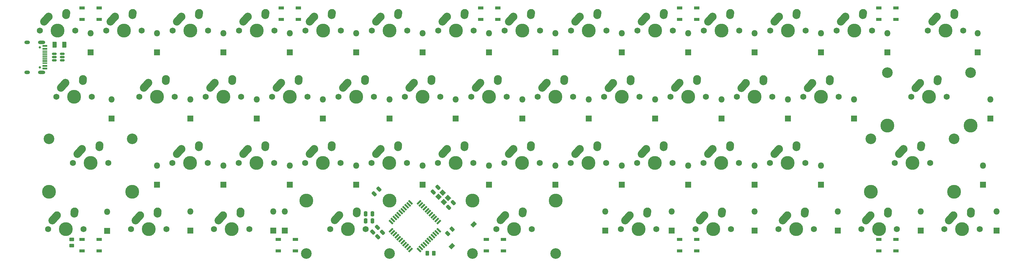
<source format=gbr>
%TF.GenerationSoftware,KiCad,Pcbnew,8.0.4*%
%TF.CreationDate,2024-10-16T20:42:44+03:00*%
%TF.ProjectId,4040,34303430-2e6b-4696-9361-645f70636258,rev?*%
%TF.SameCoordinates,Original*%
%TF.FileFunction,Soldermask,Bot*%
%TF.FilePolarity,Negative*%
%FSLAX46Y46*%
G04 Gerber Fmt 4.6, Leading zero omitted, Abs format (unit mm)*
G04 Created by KiCad (PCBNEW 8.0.4) date 2024-10-16 20:42:44*
%MOMM*%
%LPD*%
G01*
G04 APERTURE LIST*
G04 Aperture macros list*
%AMRoundRect*
0 Rectangle with rounded corners*
0 $1 Rounding radius*
0 $2 $3 $4 $5 $6 $7 $8 $9 X,Y pos of 4 corners*
0 Add a 4 corners polygon primitive as box body*
4,1,4,$2,$3,$4,$5,$6,$7,$8,$9,$2,$3,0*
0 Add four circle primitives for the rounded corners*
1,1,$1+$1,$2,$3*
1,1,$1+$1,$4,$5*
1,1,$1+$1,$6,$7*
1,1,$1+$1,$8,$9*
0 Add four rect primitives between the rounded corners*
20,1,$1+$1,$2,$3,$4,$5,0*
20,1,$1+$1,$4,$5,$6,$7,0*
20,1,$1+$1,$6,$7,$8,$9,0*
20,1,$1+$1,$8,$9,$2,$3,0*%
%AMHorizOval*
0 Thick line with rounded ends*
0 $1 width*
0 $2 $3 position (X,Y) of the first rounded end (center of the circle)*
0 $4 $5 position (X,Y) of the second rounded end (center of the circle)*
0 Add line between two ends*
20,1,$1,$2,$3,$4,$5,0*
0 Add two circle primitives to create the rounded ends*
1,1,$1,$2,$3*
1,1,$1,$4,$5*%
%AMRotRect*
0 Rectangle, with rotation*
0 The origin of the aperture is its center*
0 $1 length*
0 $2 width*
0 $3 Rotation angle, in degrees counterclockwise*
0 Add horizontal line*
21,1,$1,$2,0,0,$3*%
G04 Aperture macros list end*
%ADD10C,1.750000*%
%ADD11C,3.987800*%
%ADD12HorizOval,2.250000X0.655001X0.730000X-0.655001X-0.730000X0*%
%ADD13C,2.250000*%
%ADD14HorizOval,2.250000X0.020000X0.290000X-0.020000X-0.290000X0*%
%ADD15C,3.048000*%
%ADD16R,1.800000X1.800000*%
%ADD17O,1.800000X1.800000*%
%ADD18R,1.500000X0.900000*%
%ADD19RotRect,1.500000X0.550000X315.000000*%
%ADD20RotRect,1.500000X0.550000X225.000000*%
%ADD21RotRect,1.500000X1.100000X45.000000*%
%ADD22RoundRect,0.150000X-0.512500X-0.150000X0.512500X-0.150000X0.512500X0.150000X-0.512500X0.150000X0*%
%ADD23C,0.650000*%
%ADD24R,1.450000X0.600000*%
%ADD25R,1.450000X0.300000*%
%ADD26O,1.600000X1.000000*%
%ADD27O,2.100000X1.000000*%
%ADD28RoundRect,0.250000X-0.250000X-0.475000X0.250000X-0.475000X0.250000X0.475000X-0.250000X0.475000X0*%
%ADD29RoundRect,0.250000X0.159099X-0.512652X0.512652X-0.159099X-0.159099X0.512652X-0.512652X0.159099X0*%
%ADD30RoundRect,0.250000X0.375000X0.625000X-0.375000X0.625000X-0.375000X-0.625000X0.375000X-0.625000X0*%
%ADD31RoundRect,0.250000X0.132583X-0.503814X0.503814X-0.132583X-0.132583X0.503814X-0.503814X0.132583X0*%
%ADD32RoundRect,0.250000X-0.450000X0.262500X-0.450000X-0.262500X0.450000X-0.262500X0.450000X0.262500X0*%
%ADD33RoundRect,0.250000X0.262500X0.450000X-0.262500X0.450000X-0.262500X-0.450000X0.262500X-0.450000X0*%
%ADD34RotRect,1.400000X1.200000X135.000000*%
G04 APERTURE END LIST*
D10*
%TO.C,MX9*%
X214940000Y-81590000D03*
D11*
X220020000Y-81590000D03*
D10*
X225100000Y-81590000D03*
D12*
X216865001Y-78320000D03*
D13*
X217520000Y-77590000D03*
D14*
X222540000Y-76800000D03*
D13*
X222560000Y-76510000D03*
%TD*%
D10*
%TO.C,MX24*%
X243509800Y-100634800D03*
D11*
X248589800Y-100634800D03*
D10*
X253669800Y-100634800D03*
D12*
X245434801Y-97364800D03*
D13*
X246089800Y-96634800D03*
D14*
X251109800Y-95844800D03*
D13*
X251129800Y-95554800D03*
%TD*%
D10*
%TO.C,MX26*%
X281609800Y-100660200D03*
D11*
X286689800Y-100660200D03*
D10*
X291769800Y-100660200D03*
D12*
X283534801Y-97390200D03*
D13*
X284189800Y-96660200D03*
D14*
X289209800Y-95870200D03*
D13*
X289229800Y-95580200D03*
%TD*%
D10*
%TO.C,MX7*%
X176840000Y-81590000D03*
D11*
X181920000Y-81590000D03*
D10*
X187000000Y-81590000D03*
D12*
X178765001Y-78320000D03*
D13*
X179420000Y-77590000D03*
D14*
X184440000Y-76800000D03*
D13*
X184460000Y-76510000D03*
%TD*%
D10*
%TO.C,MX29*%
X100634800Y-119684800D03*
D11*
X105714800Y-119684800D03*
D10*
X110794800Y-119684800D03*
D12*
X102559801Y-116414800D03*
D13*
X103214800Y-115684800D03*
D14*
X108234800Y-114894800D03*
D13*
X108254800Y-114604800D03*
%TD*%
D10*
%TO.C,MX32*%
X157784800Y-119684800D03*
D11*
X162864800Y-119684800D03*
D10*
X167944800Y-119684800D03*
D12*
X159709801Y-116414800D03*
D13*
X160364800Y-115684800D03*
D14*
X165384800Y-114894800D03*
D13*
X165404800Y-114604800D03*
%TD*%
D10*
%TO.C,MX8*%
X195890000Y-81590000D03*
D11*
X200970000Y-81590000D03*
D10*
X206050000Y-81590000D03*
D12*
X197815001Y-78320000D03*
D13*
X198470000Y-77590000D03*
D14*
X203490000Y-76800000D03*
D13*
X203510000Y-76510000D03*
%TD*%
D10*
%TO.C,TAB1*%
X67303020Y-100634800D03*
D11*
X72383020Y-100634800D03*
D10*
X77463020Y-100634800D03*
D12*
X69228021Y-97364800D03*
D13*
X69883020Y-96634800D03*
D14*
X74903020Y-95844800D03*
D13*
X74923020Y-95554800D03*
%TD*%
D10*
%TO.C,MX35*%
X214924000Y-119684800D03*
D11*
X220004000Y-119684800D03*
D10*
X225084000Y-119684800D03*
D12*
X216849001Y-116414800D03*
D13*
X217504000Y-115684800D03*
D14*
X222524000Y-114894800D03*
D13*
X222544000Y-114604800D03*
%TD*%
D10*
%TO.C,MX13*%
X291140000Y-81590000D03*
D11*
X296220000Y-81590000D03*
D10*
X301300000Y-81590000D03*
D12*
X293065001Y-78320000D03*
D13*
X293720000Y-77590000D03*
D14*
X298740000Y-76800000D03*
D13*
X298760000Y-76510000D03*
%TD*%
D10*
%TO.C,MX34*%
X195874000Y-119684800D03*
D11*
X200954000Y-119684800D03*
D10*
X206034000Y-119684800D03*
D12*
X197799001Y-116414800D03*
D13*
X198454000Y-115684800D03*
D14*
X203474000Y-114894800D03*
D13*
X203494000Y-114604800D03*
%TD*%
D10*
%TO.C,MX25*%
X262559800Y-100660200D03*
D11*
X267639800Y-100660200D03*
D10*
X272719800Y-100660200D03*
D12*
X264484801Y-97390200D03*
D13*
X265139800Y-96660200D03*
D14*
X270159800Y-95870200D03*
D13*
X270179800Y-95580200D03*
%TD*%
D10*
%TO.C,MX20*%
X167309800Y-100634800D03*
D11*
X172389800Y-100634800D03*
D10*
X177469800Y-100634800D03*
D12*
X169234801Y-97364800D03*
D13*
X169889800Y-96634800D03*
D14*
X174909800Y-95844800D03*
D13*
X174929800Y-95554800D03*
%TD*%
D10*
%TO.C,MX1*%
X62540000Y-81590000D03*
D11*
X67620000Y-81590000D03*
D10*
X72700000Y-81590000D03*
D12*
X64465001Y-78320000D03*
D13*
X65120000Y-77590000D03*
D14*
X70140000Y-76800000D03*
D13*
X70160000Y-76510000D03*
%TD*%
D10*
%TO.C,MX10*%
X233990000Y-81590000D03*
D11*
X239070000Y-81590000D03*
D10*
X244150000Y-81590000D03*
D12*
X235915001Y-78320000D03*
D13*
X236570000Y-77590000D03*
D14*
X241590000Y-76800000D03*
D13*
X241610000Y-76510000D03*
%TD*%
D10*
%TO.C,MX41*%
X88747600Y-138760200D03*
D11*
X93827600Y-138760200D03*
D10*
X98907600Y-138760200D03*
D12*
X90672601Y-135490200D03*
D13*
X91327600Y-134760200D03*
D14*
X96347600Y-133970200D03*
D13*
X96367600Y-133680200D03*
%TD*%
D10*
%TO.C,MX33*%
X176834800Y-119682150D03*
D11*
X181914800Y-119682150D03*
D10*
X186994800Y-119682150D03*
D12*
X178759801Y-116412150D03*
D13*
X179414800Y-115682150D03*
D14*
X184434800Y-114892150D03*
D13*
X184454800Y-114602150D03*
%TD*%
D10*
%TO.C,MX30*%
X119684800Y-119684800D03*
D11*
X124764800Y-119684800D03*
D10*
X129844800Y-119684800D03*
D12*
X121609801Y-116414800D03*
D13*
X122264800Y-115684800D03*
D14*
X127284800Y-114894800D03*
D13*
X127304800Y-114604800D03*
%TD*%
D10*
%TO.C,MX14*%
X317335000Y-81590000D03*
D11*
X322415000Y-81590000D03*
D10*
X327495000Y-81590000D03*
D12*
X319260001Y-78320000D03*
D13*
X319915000Y-77590000D03*
D14*
X324935000Y-76800000D03*
D13*
X324955000Y-76510000D03*
%TD*%
D10*
%TO.C,MX38*%
X272074000Y-119684800D03*
D11*
X277154000Y-119684800D03*
D10*
X282234000Y-119684800D03*
D12*
X273999001Y-116414800D03*
D13*
X274654000Y-115684800D03*
D14*
X279674000Y-114894800D03*
D13*
X279694000Y-114604800D03*
%TD*%
D15*
%TO.C,LSH1*%
X65201800Y-112699800D03*
D11*
X65201800Y-127939800D03*
D10*
X72059800Y-119684800D03*
D11*
X77139800Y-119684800D03*
D10*
X82219800Y-119684800D03*
D15*
X89077800Y-112699800D03*
D11*
X89077800Y-127939800D03*
D12*
X73984801Y-116414800D03*
D13*
X74639800Y-115684800D03*
D14*
X79659800Y-114894800D03*
D13*
X79679800Y-114604800D03*
%TD*%
D11*
%TO.C,LS1*%
X139014200Y-130479800D03*
D15*
X139014200Y-145719800D03*
D10*
X145872200Y-138734800D03*
D11*
X150952200Y-138734800D03*
D10*
X156032200Y-138734800D03*
D11*
X162890200Y-130479800D03*
D15*
X162890200Y-145719800D03*
D12*
X147797201Y-135464800D03*
D13*
X148452200Y-134734800D03*
D14*
X153472200Y-133944800D03*
D13*
X153492200Y-133654800D03*
%TD*%
D15*
%TO.C,ENTER1*%
X305714400Y-93675200D03*
D11*
X305714400Y-108915200D03*
D10*
X312572400Y-100660200D03*
D11*
X317652400Y-100660200D03*
D10*
X322732400Y-100660200D03*
D15*
X329590400Y-93675200D03*
D11*
X329590400Y-108915200D03*
D12*
X314497401Y-97390200D03*
D13*
X315152400Y-96660200D03*
D14*
X320172400Y-95870200D03*
D13*
X320192400Y-95580200D03*
%TD*%
D11*
%TO.C,RS1*%
X186664600Y-130479800D03*
D15*
X186664600Y-145719800D03*
D10*
X193522600Y-138734800D03*
D11*
X198602600Y-138734800D03*
D10*
X203682600Y-138734800D03*
D11*
X210540600Y-130479800D03*
D15*
X210540600Y-145719800D03*
D12*
X195447601Y-135464800D03*
D13*
X196102600Y-134734800D03*
D14*
X201122600Y-133944800D03*
D13*
X201142600Y-133654800D03*
%TD*%
D10*
%TO.C,MX12*%
X272090000Y-81590000D03*
D11*
X277170000Y-81590000D03*
D10*
X282250000Y-81590000D03*
D12*
X274015001Y-78320000D03*
D13*
X274670000Y-77590000D03*
D14*
X279690000Y-76800000D03*
D13*
X279710000Y-76510000D03*
%TD*%
D10*
%TO.C,MX17*%
X110159800Y-100634800D03*
D11*
X115239800Y-100634800D03*
D10*
X120319800Y-100634800D03*
D12*
X112084801Y-97364800D03*
D13*
X112739800Y-96634800D03*
D14*
X117759800Y-95844800D03*
D13*
X117779800Y-95554800D03*
%TD*%
D10*
%TO.C,MX22*%
X205409800Y-100634800D03*
D11*
X210489800Y-100634800D03*
D10*
X215569800Y-100634800D03*
D12*
X207334801Y-97364800D03*
D13*
X207989800Y-96634800D03*
D14*
X213009800Y-95844800D03*
D13*
X213029800Y-95554800D03*
%TD*%
D10*
%TO.C,MX16*%
X91099640Y-100634800D03*
D11*
X96179640Y-100634800D03*
D10*
X101259640Y-100634800D03*
D12*
X93024641Y-97364800D03*
D13*
X93679640Y-96634800D03*
D14*
X98699640Y-95844800D03*
D13*
X98719640Y-95554800D03*
%TD*%
D10*
%TO.C,MX40*%
X64922400Y-138760200D03*
D11*
X70002400Y-138760200D03*
D10*
X75082400Y-138760200D03*
D12*
X66847401Y-135490200D03*
D13*
X67502400Y-134760200D03*
D14*
X72522400Y-133970200D03*
D13*
X72542400Y-133680200D03*
%TD*%
D10*
%TO.C,MX21*%
X186359800Y-100634800D03*
D11*
X191439800Y-100634800D03*
D10*
X196519800Y-100634800D03*
D12*
X188284801Y-97364800D03*
D13*
X188939800Y-96634800D03*
D14*
X193959800Y-95844800D03*
D13*
X193979800Y-95554800D03*
%TD*%
D10*
%TO.C,MX45*%
X229250000Y-138757550D03*
D11*
X234330000Y-138757550D03*
D10*
X239410000Y-138757550D03*
D12*
X231175001Y-135487550D03*
D13*
X231830000Y-134757550D03*
D14*
X236850000Y-133967550D03*
D13*
X236870000Y-133677550D03*
%TD*%
D10*
%TO.C,MX31*%
X138734800Y-119684800D03*
D11*
X143814800Y-119684800D03*
D10*
X148894800Y-119684800D03*
D12*
X140659801Y-116414800D03*
D13*
X141314800Y-115684800D03*
D14*
X146334800Y-114894800D03*
D13*
X146354800Y-114604800D03*
%TD*%
D10*
%TO.C,MX47*%
X274472400Y-138760200D03*
D11*
X279552400Y-138760200D03*
D10*
X284632400Y-138760200D03*
D12*
X276397401Y-135490200D03*
D13*
X277052400Y-134760200D03*
D14*
X282072400Y-133970200D03*
D13*
X282092400Y-133680200D03*
%TD*%
D10*
%TO.C,MX37*%
X253024000Y-119684800D03*
D11*
X258104000Y-119684800D03*
D10*
X263184000Y-119684800D03*
D12*
X254949001Y-116414800D03*
D13*
X255604000Y-115684800D03*
D14*
X260624000Y-114894800D03*
D13*
X260644000Y-114604800D03*
%TD*%
D10*
%TO.C,MX48*%
X298297600Y-138760200D03*
D11*
X303377600Y-138760200D03*
D10*
X308457600Y-138760200D03*
D12*
X300222601Y-135490200D03*
D13*
X300877600Y-134760200D03*
D14*
X305897600Y-133970200D03*
D13*
X305917600Y-133680200D03*
%TD*%
D15*
%TO.C,RSH1*%
X300964600Y-112699800D03*
D11*
X300964600Y-127939800D03*
D10*
X307822600Y-119684800D03*
D11*
X312902600Y-119684800D03*
D10*
X317982600Y-119684800D03*
D15*
X324840600Y-112699800D03*
D11*
X324840600Y-127939800D03*
D12*
X309747601Y-116414800D03*
D13*
X310402600Y-115684800D03*
D14*
X315422600Y-114894800D03*
D13*
X315442600Y-114604800D03*
%TD*%
D10*
%TO.C,MX42*%
X112558200Y-138760200D03*
D11*
X117638200Y-138760200D03*
D10*
X122718200Y-138760200D03*
D12*
X114483201Y-135490200D03*
D13*
X115138200Y-134760200D03*
D14*
X120158200Y-133970200D03*
D13*
X120178200Y-133680200D03*
%TD*%
D10*
%TO.C,MX23*%
X224459800Y-100647000D03*
D11*
X229539800Y-100647000D03*
D10*
X234619800Y-100647000D03*
D12*
X226384801Y-97377000D03*
D13*
X227039800Y-96647000D03*
D14*
X232059800Y-95857000D03*
D13*
X232079800Y-95567000D03*
%TD*%
D10*
%TO.C,MX6*%
X157790000Y-81590000D03*
D11*
X162870000Y-81590000D03*
D10*
X167950000Y-81590000D03*
D12*
X159715001Y-78320000D03*
D13*
X160370000Y-77590000D03*
D14*
X165390000Y-76800000D03*
D13*
X165410000Y-76510000D03*
%TD*%
D10*
%TO.C,MX3*%
X100640000Y-81590000D03*
D11*
X105720000Y-81590000D03*
D10*
X110800000Y-81590000D03*
D12*
X102565001Y-78320000D03*
D13*
X103220000Y-77590000D03*
D14*
X108240000Y-76800000D03*
D13*
X108260000Y-76510000D03*
%TD*%
D10*
%TO.C,MX4*%
X119690000Y-81590000D03*
D11*
X124770000Y-81590000D03*
D10*
X129850000Y-81590000D03*
D12*
X121615001Y-78320000D03*
D13*
X122270000Y-77590000D03*
D14*
X127290000Y-76800000D03*
D13*
X127310000Y-76510000D03*
%TD*%
D10*
%TO.C,MX18*%
X129209800Y-100634800D03*
D11*
X134289800Y-100634800D03*
D10*
X139369800Y-100634800D03*
D12*
X131134801Y-97364800D03*
D13*
X131789800Y-96634800D03*
D14*
X136809800Y-95844800D03*
D13*
X136829800Y-95554800D03*
%TD*%
D10*
%TO.C,MX49*%
X322110100Y-138752580D03*
D11*
X327190100Y-138752580D03*
D10*
X332270100Y-138752580D03*
D12*
X324035101Y-135482580D03*
D13*
X324690100Y-134752580D03*
D14*
X329710100Y-133962580D03*
D13*
X329730100Y-133672580D03*
%TD*%
D10*
%TO.C,MX36*%
X233974000Y-119684800D03*
D11*
X239054000Y-119684800D03*
D10*
X244134000Y-119684800D03*
D12*
X235899001Y-116414800D03*
D13*
X236554000Y-115684800D03*
D14*
X241574000Y-114894800D03*
D13*
X241594000Y-114604800D03*
%TD*%
D10*
%TO.C,MX5*%
X138740000Y-81590000D03*
D11*
X143820000Y-81590000D03*
D10*
X148900000Y-81590000D03*
D12*
X140665001Y-78320000D03*
D13*
X141320000Y-77590000D03*
D14*
X146340000Y-76800000D03*
D13*
X146360000Y-76510000D03*
%TD*%
D10*
%TO.C,MX46*%
X250672600Y-138760200D03*
D11*
X255752600Y-138760200D03*
D10*
X260832600Y-138760200D03*
D12*
X252597601Y-135490200D03*
D13*
X253252600Y-134760200D03*
D14*
X258272600Y-133970200D03*
D13*
X258292600Y-133680200D03*
%TD*%
D10*
%TO.C,MX11*%
X253040000Y-81590000D03*
D11*
X258120000Y-81590000D03*
D10*
X263200000Y-81590000D03*
D12*
X254965001Y-78320000D03*
D13*
X255620000Y-77590000D03*
D14*
X260640000Y-76800000D03*
D13*
X260660000Y-76510000D03*
%TD*%
D10*
%TO.C,MX2*%
X81590000Y-81590000D03*
D11*
X86670000Y-81590000D03*
D10*
X91750000Y-81590000D03*
D12*
X83515001Y-78320000D03*
D13*
X84170000Y-77590000D03*
D14*
X89190000Y-76800000D03*
D13*
X89210000Y-76510000D03*
%TD*%
D10*
%TO.C,MX19*%
X148259800Y-100634800D03*
D11*
X153339800Y-100634800D03*
D10*
X158419800Y-100634800D03*
D12*
X150184801Y-97364800D03*
D13*
X150839800Y-96634800D03*
D14*
X155859800Y-95844800D03*
D13*
X155879800Y-95554800D03*
%TD*%
D16*
%TO.C,D1*%
X77165200Y-87829500D03*
D17*
X77165200Y-82329500D03*
%TD*%
D18*
%TO.C,HL6*%
X303289800Y-78358000D03*
X303289800Y-75058000D03*
X308189800Y-75058000D03*
X308189800Y-78358000D03*
%TD*%
D16*
%TO.C,D14*%
X331647800Y-87829500D03*
D17*
X331647800Y-82329500D03*
%TD*%
D16*
%TO.C,D26*%
X296214800Y-106879500D03*
D17*
X296214800Y-101379500D03*
%TD*%
D19*
%TO.C,U2*%
X163295664Y-136669118D03*
X163861350Y-136103433D03*
X164427035Y-135537748D03*
X164992720Y-134972062D03*
X165558406Y-134406377D03*
X166124091Y-133840691D03*
X166689777Y-133275006D03*
X167255462Y-132709320D03*
X167821148Y-132143635D03*
X168386833Y-131577950D03*
X168952518Y-131012264D03*
D20*
X171356682Y-131012264D03*
X171922367Y-131577950D03*
X172488052Y-132143635D03*
X173053738Y-132709320D03*
X173619423Y-133275006D03*
X174185109Y-133840691D03*
X174750794Y-134406377D03*
X175316480Y-134972062D03*
X175882165Y-135537748D03*
X176447850Y-136103433D03*
X177013536Y-136669118D03*
D19*
X177013536Y-139073282D03*
X176447850Y-139638967D03*
X175882165Y-140204652D03*
X175316480Y-140770338D03*
X174750794Y-141336023D03*
X174185109Y-141901709D03*
X173619423Y-142467394D03*
X173053738Y-143033080D03*
X172488052Y-143598765D03*
X171922367Y-144164450D03*
X171356682Y-144730136D03*
D20*
X168952518Y-144730136D03*
X168386833Y-144164450D03*
X167821148Y-143598765D03*
X167255462Y-143033080D03*
X166689777Y-142467394D03*
X166124091Y-141901709D03*
X165558406Y-141336023D03*
X164992720Y-140770338D03*
X164427035Y-140204652D03*
X163861350Y-139638967D03*
X163295664Y-139073282D03*
%TD*%
D16*
%TO.C,D11*%
X267665200Y-87829500D03*
D17*
X267665200Y-82329500D03*
%TD*%
D21*
%TO.C,SW1*%
X180777750Y-143656450D03*
X187071000Y-137363200D03*
%TD*%
D22*
%TO.C,U1*%
X66736800Y-90164998D03*
X66736800Y-89214999D03*
X66736800Y-88265000D03*
X69011800Y-88265000D03*
X69011800Y-89214999D03*
X69011800Y-90164998D03*
%TD*%
D16*
%TO.C,D16*%
X105765600Y-106879500D03*
D17*
X105765600Y-101379500D03*
%TD*%
D16*
%TO.C,D38*%
X286715200Y-125929500D03*
D17*
X286715200Y-120429500D03*
%TD*%
D16*
%TO.C,D46*%
X267665200Y-139188300D03*
D17*
X267665200Y-133688300D03*
%TD*%
D18*
%TO.C,HL10*%
X74689800Y-78358000D03*
X74689800Y-75058000D03*
X79589800Y-75058000D03*
X79589800Y-78358000D03*
%TD*%
D16*
%TO.C,D12*%
X286715200Y-87829500D03*
D17*
X286715200Y-82329500D03*
%TD*%
D18*
%TO.C,HL9*%
X131839800Y-78358000D03*
X131839800Y-75058000D03*
X136739800Y-75058000D03*
X136739800Y-78358000D03*
%TD*%
D16*
%TO.C,D32*%
X172389800Y-125929500D03*
D17*
X172389800Y-120429500D03*
%TD*%
D18*
%TO.C,HL5*%
X308189800Y-141733000D03*
X308189800Y-145033000D03*
X303289800Y-145033000D03*
X303289800Y-141733000D03*
%TD*%
D16*
%TO.C,D40*%
X81915000Y-139205600D03*
D17*
X81915000Y-133705600D03*
%TD*%
D16*
%TO.C,D24*%
X258140200Y-106879500D03*
D17*
X258140200Y-101379500D03*
%TD*%
D23*
%TO.C,J1*%
X62594800Y-92145600D03*
X62594800Y-86365600D03*
D24*
X64039800Y-92505600D03*
X64039800Y-91705601D03*
D25*
X64039799Y-90505600D03*
X64039800Y-89505600D03*
X64039800Y-89005600D03*
X64039799Y-88005600D03*
D24*
X64039800Y-86805599D03*
X64039800Y-86005600D03*
X64039800Y-86005600D03*
X64039800Y-86805599D03*
D25*
X64039800Y-87505600D03*
X64039800Y-88505600D03*
X64039800Y-90005600D03*
X64039800Y-91005600D03*
D24*
X64039800Y-91705601D03*
X64039800Y-92505600D03*
D26*
X58944800Y-93575600D03*
D27*
X63124800Y-93575600D03*
D26*
X58944800Y-84935600D03*
D27*
X63124800Y-84935600D03*
%TD*%
D16*
%TO.C,D41*%
X105740200Y-139188300D03*
D17*
X105740200Y-133688300D03*
%TD*%
D16*
%TO.C,D4*%
X134315200Y-87829500D03*
D17*
X134315200Y-82329500D03*
%TD*%
D18*
%TO.C,HL4*%
X251039800Y-141733000D03*
X251039800Y-145033000D03*
X246139800Y-145033000D03*
X246139800Y-141733000D03*
%TD*%
D28*
%TO.C,C5*%
X156062602Y-136347200D03*
X157962600Y-136347200D03*
%TD*%
D16*
%TO.C,D29*%
X115265200Y-125929500D03*
D17*
X115265200Y-120429500D03*
%TD*%
D16*
%TO.C,D34*%
X210515200Y-125929500D03*
D17*
X210515200Y-120429500D03*
%TD*%
D16*
%TO.C,D19*%
X162890200Y-106879500D03*
D17*
X162890200Y-101379500D03*
%TD*%
D16*
%TO.C,D45*%
X243865400Y-139188300D03*
D17*
X243865400Y-133688300D03*
%TD*%
D16*
%TO.C,D28*%
X96189800Y-125929500D03*
D17*
X96189800Y-120429500D03*
%TD*%
D16*
%TO.C,D7*%
X191439800Y-87829500D03*
D17*
X191439800Y-82329500D03*
%TD*%
D16*
%TO.C,D3*%
X115265200Y-87829500D03*
D17*
X115265200Y-82329500D03*
%TD*%
D29*
%TO.C,C7*%
X158498698Y-128546702D03*
X159842200Y-127203200D03*
%TD*%
D30*
%TO.C,F2*%
X69596000Y-85648800D03*
X66796000Y-85648800D03*
%TD*%
D16*
%TO.C,D13*%
X305739800Y-87829500D03*
D17*
X305739800Y-82329500D03*
%TD*%
D16*
%TO.C,D48*%
X315290200Y-139188300D03*
D17*
X315290200Y-133688300D03*
%TD*%
D16*
%TO.C,D2*%
X96215200Y-87829500D03*
D17*
X96215200Y-82329500D03*
%TD*%
D29*
%TO.C,C1*%
X158117698Y-139544902D03*
X159461200Y-138201400D03*
%TD*%
%TO.C,C2*%
X159540098Y-140967302D03*
X160883600Y-139623800D03*
%TD*%
D18*
%TO.C,HL3*%
X195617000Y-141733000D03*
X195617000Y-145033000D03*
X190717000Y-145033000D03*
X190717000Y-141733000D03*
%TD*%
D16*
%TO.C,D22*%
X220040200Y-106879500D03*
D17*
X220040200Y-101379500D03*
%TD*%
D16*
%TO.C,D20*%
X181914800Y-106879500D03*
D17*
X181914800Y-101379500D03*
%TD*%
D29*
%TO.C,C3*%
X179848263Y-132446467D03*
X181191765Y-131102965D03*
%TD*%
D16*
%TO.C,D39*%
X333197200Y-125929500D03*
D17*
X333197200Y-120429500D03*
%TD*%
D16*
%TO.C,D25*%
X277190200Y-106879500D03*
D17*
X277190200Y-101379500D03*
%TD*%
D31*
%TO.C,R3*%
X179603400Y-139979400D03*
X180893870Y-138688930D03*
%TD*%
D16*
%TO.C,D21*%
X200990200Y-106879500D03*
D17*
X200990200Y-101379500D03*
%TD*%
D28*
%TO.C,C6*%
X156062602Y-134366000D03*
X157962600Y-134366000D03*
%TD*%
D16*
%TO.C,D36*%
X248615200Y-125929500D03*
D17*
X248615200Y-120429500D03*
%TD*%
D18*
%TO.C,HL2*%
X135864600Y-141733000D03*
X135864600Y-145033000D03*
X130964600Y-145033000D03*
X130964600Y-141733000D03*
%TD*%
D16*
%TO.C,D9*%
X229565200Y-87829500D03*
D17*
X229565200Y-82329500D03*
%TD*%
D16*
%TO.C,D8*%
X210515200Y-87829500D03*
D17*
X210515200Y-82329500D03*
%TD*%
D16*
%TO.C,D6*%
X172415200Y-87829500D03*
D17*
X172415200Y-82329500D03*
%TD*%
D32*
%TO.C,R7*%
X71704200Y-141657700D03*
X71704200Y-143482700D03*
%TD*%
D16*
%TO.C,D30*%
X134315200Y-125929500D03*
D17*
X134315200Y-120429500D03*
%TD*%
D16*
%TO.C,D33*%
X191465200Y-125929500D03*
D17*
X191465200Y-120429500D03*
%TD*%
D16*
%TO.C,D31*%
X153365200Y-125929500D03*
D17*
X153365200Y-120429500D03*
%TD*%
D16*
%TO.C,D43*%
X132867400Y-139188300D03*
D17*
X132867400Y-133688300D03*
%TD*%
D16*
%TO.C,D35*%
X229565200Y-125929500D03*
D17*
X229565200Y-120429500D03*
%TD*%
D18*
%TO.C,HL8*%
X189091400Y-78383400D03*
X189091400Y-75083400D03*
X193991400Y-75083400D03*
X193991400Y-78383400D03*
%TD*%
D16*
%TO.C,D5*%
X153365200Y-87829500D03*
D17*
X153365200Y-82329500D03*
%TD*%
D16*
%TO.C,D47*%
X291490400Y-139188300D03*
D17*
X291490400Y-133688300D03*
%TD*%
D16*
%TO.C,D23*%
X239090200Y-106879500D03*
D17*
X239090200Y-101379500D03*
%TD*%
D16*
%TO.C,D27*%
X335280000Y-106879500D03*
D17*
X335280000Y-101379500D03*
%TD*%
D16*
%TO.C,D42*%
X129540000Y-139188300D03*
D17*
X129540000Y-133688300D03*
%TD*%
D16*
%TO.C,D18*%
X143814800Y-106879500D03*
D17*
X143814800Y-101379500D03*
%TD*%
D33*
%TO.C,R4*%
X175588300Y-145669000D03*
X173763300Y-145669000D03*
%TD*%
D29*
%TO.C,C4*%
X175465898Y-128064102D03*
X176809400Y-126720600D03*
%TD*%
D34*
%TO.C,Y1*%
X178502498Y-130954471D03*
X176946863Y-129398836D03*
X178148944Y-128196755D03*
X179704579Y-129752390D03*
%TD*%
D18*
%TO.C,HL7*%
X246139800Y-78358000D03*
X246139800Y-75058000D03*
X251039800Y-75058000D03*
X251039800Y-78358000D03*
%TD*%
D16*
%TO.C,D37*%
X267639800Y-125929500D03*
D17*
X267639800Y-120429500D03*
%TD*%
D16*
%TO.C,D15*%
X83134200Y-106879500D03*
D17*
X83134200Y-101379500D03*
%TD*%
D16*
%TO.C,D44*%
X224815400Y-139188300D03*
D17*
X224815400Y-133688300D03*
%TD*%
D16*
%TO.C,D49*%
X337058000Y-139188300D03*
D17*
X337058000Y-133688300D03*
%TD*%
D16*
%TO.C,D10*%
X248615200Y-87829500D03*
D17*
X248615200Y-82329500D03*
%TD*%
D18*
%TO.C,HL1*%
X79589800Y-141733000D03*
X79589800Y-145033000D03*
X74689800Y-145033000D03*
X74689800Y-141733000D03*
%TD*%
D16*
%TO.C,D17*%
X124790200Y-106879500D03*
D17*
X124790200Y-101379500D03*
%TD*%
M02*

</source>
